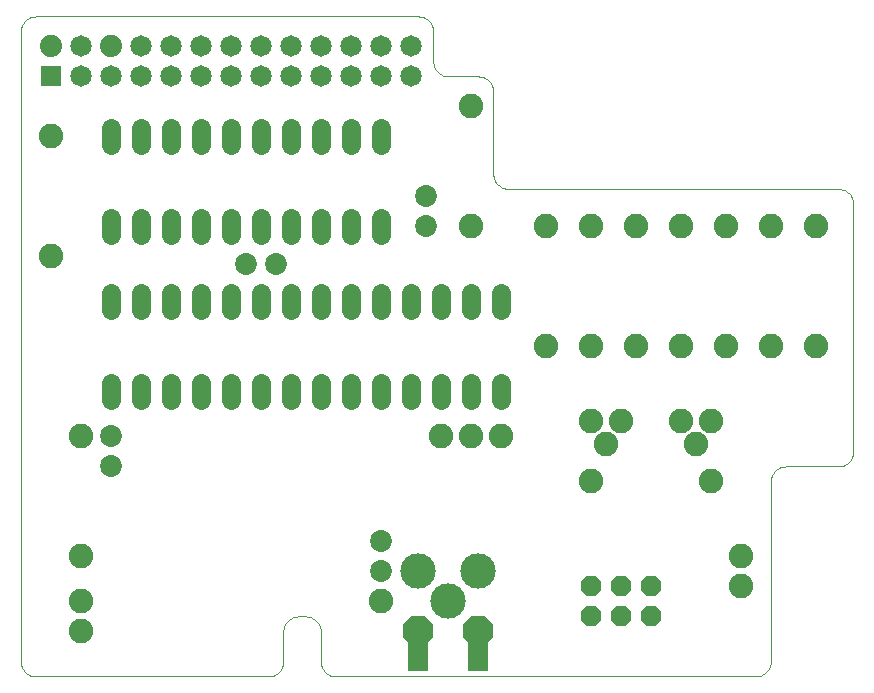
<source format=gbs>
G75*
G70*
%OFA0B0*%
%FSLAX24Y24*%
%IPPOS*%
%LPD*%
%AMOC8*
5,1,8,0,0,1.08239X$1,22.5*
%
%ADD10C,0.0000*%
%ADD11R,0.0714X0.0714*%
%ADD12C,0.0740*%
%ADD13C,0.0714*%
%ADD14C,0.1180*%
%ADD15OC8,0.0995*%
%ADD16R,0.0680X0.1680*%
%ADD17C,0.0730*%
%ADD18C,0.0640*%
%ADD19C,0.0820*%
%ADD20OC8,0.0680*%
D10*
X001680Y001180D02*
X009430Y001180D01*
X009474Y001182D01*
X009517Y001188D01*
X009559Y001197D01*
X009601Y001210D01*
X009641Y001227D01*
X009680Y001247D01*
X009717Y001270D01*
X009751Y001297D01*
X009784Y001326D01*
X009813Y001359D01*
X009840Y001393D01*
X009863Y001430D01*
X009883Y001469D01*
X009900Y001509D01*
X009913Y001551D01*
X009922Y001593D01*
X009928Y001636D01*
X009930Y001680D01*
X009930Y002680D01*
X009932Y002724D01*
X009938Y002767D01*
X009947Y002809D01*
X009960Y002851D01*
X009977Y002891D01*
X009997Y002930D01*
X010020Y002967D01*
X010047Y003001D01*
X010076Y003034D01*
X010109Y003063D01*
X010143Y003090D01*
X010180Y003113D01*
X010219Y003133D01*
X010259Y003150D01*
X010301Y003163D01*
X010343Y003172D01*
X010386Y003178D01*
X010430Y003180D01*
X010680Y003180D01*
X010724Y003178D01*
X010767Y003172D01*
X010809Y003163D01*
X010851Y003150D01*
X010891Y003133D01*
X010930Y003113D01*
X010967Y003090D01*
X011001Y003063D01*
X011034Y003034D01*
X011063Y003001D01*
X011090Y002967D01*
X011113Y002930D01*
X011133Y002891D01*
X011150Y002851D01*
X011163Y002809D01*
X011172Y002767D01*
X011178Y002724D01*
X011180Y002680D01*
X011180Y001680D01*
X011182Y001636D01*
X011188Y001593D01*
X011197Y001551D01*
X011210Y001509D01*
X011227Y001469D01*
X011247Y001430D01*
X011270Y001393D01*
X011297Y001359D01*
X011326Y001326D01*
X011359Y001297D01*
X011393Y001270D01*
X011430Y001247D01*
X011469Y001227D01*
X011509Y001210D01*
X011551Y001197D01*
X011593Y001188D01*
X011636Y001182D01*
X011680Y001180D01*
X025680Y001180D01*
X025724Y001182D01*
X025767Y001188D01*
X025809Y001197D01*
X025851Y001210D01*
X025891Y001227D01*
X025930Y001247D01*
X025967Y001270D01*
X026001Y001297D01*
X026034Y001326D01*
X026063Y001359D01*
X026090Y001393D01*
X026113Y001430D01*
X026133Y001469D01*
X026150Y001509D01*
X026163Y001551D01*
X026172Y001593D01*
X026178Y001636D01*
X026180Y001680D01*
X026180Y007680D01*
X026182Y007724D01*
X026188Y007767D01*
X026197Y007809D01*
X026210Y007851D01*
X026227Y007891D01*
X026247Y007930D01*
X026270Y007967D01*
X026297Y008001D01*
X026326Y008034D01*
X026359Y008063D01*
X026393Y008090D01*
X026430Y008113D01*
X026469Y008133D01*
X026509Y008150D01*
X026551Y008163D01*
X026593Y008172D01*
X026636Y008178D01*
X026680Y008180D01*
X028430Y008180D01*
X028474Y008182D01*
X028517Y008188D01*
X028559Y008197D01*
X028601Y008210D01*
X028641Y008227D01*
X028680Y008247D01*
X028717Y008270D01*
X028751Y008297D01*
X028784Y008326D01*
X028813Y008359D01*
X028840Y008393D01*
X028863Y008430D01*
X028883Y008469D01*
X028900Y008509D01*
X028913Y008551D01*
X028922Y008593D01*
X028928Y008636D01*
X028930Y008680D01*
X028930Y016930D01*
X028928Y016974D01*
X028922Y017017D01*
X028913Y017059D01*
X028900Y017101D01*
X028883Y017141D01*
X028863Y017180D01*
X028840Y017217D01*
X028813Y017251D01*
X028784Y017284D01*
X028751Y017313D01*
X028717Y017340D01*
X028680Y017363D01*
X028641Y017383D01*
X028601Y017400D01*
X028559Y017413D01*
X028517Y017422D01*
X028474Y017428D01*
X028430Y017430D01*
X017430Y017430D01*
X017386Y017432D01*
X017343Y017438D01*
X017301Y017447D01*
X017259Y017460D01*
X017219Y017477D01*
X017180Y017497D01*
X017143Y017520D01*
X017109Y017547D01*
X017076Y017576D01*
X017047Y017609D01*
X017020Y017643D01*
X016997Y017680D01*
X016977Y017719D01*
X016960Y017759D01*
X016947Y017801D01*
X016938Y017843D01*
X016932Y017886D01*
X016930Y017930D01*
X016930Y020680D01*
X016928Y020724D01*
X016922Y020767D01*
X016913Y020809D01*
X016900Y020851D01*
X016883Y020891D01*
X016863Y020930D01*
X016840Y020967D01*
X016813Y021001D01*
X016784Y021034D01*
X016751Y021063D01*
X016717Y021090D01*
X016680Y021113D01*
X016641Y021133D01*
X016601Y021150D01*
X016559Y021163D01*
X016517Y021172D01*
X016474Y021178D01*
X016430Y021180D01*
X015430Y021180D01*
X015386Y021182D01*
X015343Y021188D01*
X015301Y021197D01*
X015259Y021210D01*
X015219Y021227D01*
X015180Y021247D01*
X015143Y021270D01*
X015109Y021297D01*
X015076Y021326D01*
X015047Y021359D01*
X015020Y021393D01*
X014997Y021430D01*
X014977Y021469D01*
X014960Y021509D01*
X014947Y021551D01*
X014938Y021593D01*
X014932Y021636D01*
X014930Y021680D01*
X014930Y022680D01*
X014928Y022724D01*
X014922Y022767D01*
X014913Y022809D01*
X014900Y022851D01*
X014883Y022891D01*
X014863Y022930D01*
X014840Y022967D01*
X014813Y023001D01*
X014784Y023034D01*
X014751Y023063D01*
X014717Y023090D01*
X014680Y023113D01*
X014641Y023133D01*
X014601Y023150D01*
X014559Y023163D01*
X014517Y023172D01*
X014474Y023178D01*
X014430Y023180D01*
X001680Y023180D01*
X001636Y023178D01*
X001593Y023172D01*
X001551Y023163D01*
X001509Y023150D01*
X001469Y023133D01*
X001430Y023113D01*
X001393Y023090D01*
X001359Y023063D01*
X001326Y023034D01*
X001297Y023001D01*
X001270Y022967D01*
X001247Y022930D01*
X001227Y022891D01*
X001210Y022851D01*
X001197Y022809D01*
X001188Y022767D01*
X001182Y022724D01*
X001180Y022680D01*
X001180Y001680D01*
X001182Y001636D01*
X001188Y001593D01*
X001197Y001551D01*
X001210Y001509D01*
X001227Y001469D01*
X001247Y001430D01*
X001270Y001393D01*
X001297Y001359D01*
X001326Y001326D01*
X001359Y001297D01*
X001393Y001270D01*
X001430Y001247D01*
X001469Y001227D01*
X001509Y001210D01*
X001551Y001197D01*
X001593Y001188D01*
X001636Y001182D01*
X001680Y001180D01*
D11*
X002180Y021180D03*
D12*
X002180Y022180D03*
X004180Y022180D03*
D13*
X003180Y022180D03*
X003180Y021180D03*
X004180Y021180D03*
X005180Y021180D03*
X006180Y021180D03*
X007180Y021180D03*
X008180Y021180D03*
X009180Y021180D03*
X010180Y021180D03*
X011180Y021180D03*
X012180Y021180D03*
X013180Y021180D03*
X014180Y021180D03*
X014180Y022180D03*
X013180Y022180D03*
X012180Y022180D03*
X011180Y022180D03*
X010180Y022180D03*
X009180Y022180D03*
X008180Y022180D03*
X007180Y022180D03*
X006180Y022180D03*
X005180Y022180D03*
D14*
X014430Y004680D03*
X015430Y003680D03*
X016430Y004680D03*
D15*
X016430Y002680D03*
X014430Y002680D03*
D16*
X014430Y002180D03*
X016430Y002180D03*
D17*
X013180Y004680D03*
X013180Y005680D03*
X004180Y008180D03*
X004180Y009180D03*
X008680Y014930D03*
X009680Y014930D03*
X014680Y016180D03*
X014680Y017180D03*
D18*
X013180Y016460D02*
X013180Y015900D01*
X012180Y015900D02*
X012180Y016460D01*
X011180Y016460D02*
X011180Y015900D01*
X010180Y015900D02*
X010180Y016460D01*
X009180Y016460D02*
X009180Y015900D01*
X008180Y015900D02*
X008180Y016460D01*
X007180Y016460D02*
X007180Y015900D01*
X006180Y015900D02*
X006180Y016460D01*
X005180Y016460D02*
X005180Y015900D01*
X004180Y015900D02*
X004180Y016460D01*
X004180Y018900D02*
X004180Y019460D01*
X005180Y019460D02*
X005180Y018900D01*
X006180Y018900D02*
X006180Y019460D01*
X007180Y019460D02*
X007180Y018900D01*
X008180Y018900D02*
X008180Y019460D01*
X009180Y019460D02*
X009180Y018900D01*
X010180Y018900D02*
X010180Y019460D01*
X011180Y019460D02*
X011180Y018900D01*
X012180Y018900D02*
X012180Y019460D01*
X013180Y019460D02*
X013180Y018900D01*
X013180Y013960D02*
X013180Y013400D01*
X012180Y013400D02*
X012180Y013960D01*
X011180Y013960D02*
X011180Y013400D01*
X010180Y013400D02*
X010180Y013960D01*
X009180Y013960D02*
X009180Y013400D01*
X008180Y013400D02*
X008180Y013960D01*
X007180Y013960D02*
X007180Y013400D01*
X006180Y013400D02*
X006180Y013960D01*
X005180Y013960D02*
X005180Y013400D01*
X004180Y013400D02*
X004180Y013960D01*
X004180Y010960D02*
X004180Y010400D01*
X005180Y010400D02*
X005180Y010960D01*
X006180Y010960D02*
X006180Y010400D01*
X007180Y010400D02*
X007180Y010960D01*
X008180Y010960D02*
X008180Y010400D01*
X009180Y010400D02*
X009180Y010960D01*
X010180Y010960D02*
X010180Y010400D01*
X011180Y010400D02*
X011180Y010960D01*
X012180Y010960D02*
X012180Y010400D01*
X013180Y010400D02*
X013180Y010960D01*
X014180Y010960D02*
X014180Y010400D01*
X015180Y010400D02*
X015180Y010960D01*
X016180Y010960D02*
X016180Y010400D01*
X017180Y010400D02*
X017180Y010960D01*
X017180Y013400D02*
X017180Y013960D01*
X016180Y013960D02*
X016180Y013400D01*
X015180Y013400D02*
X015180Y013960D01*
X014180Y013960D02*
X014180Y013400D01*
D19*
X016180Y016180D03*
X018680Y016180D03*
X020180Y016180D03*
X021680Y016180D03*
X023180Y016180D03*
X024680Y016180D03*
X026180Y016180D03*
X027680Y016180D03*
X027680Y012180D03*
X026180Y012180D03*
X024680Y012180D03*
X023180Y012180D03*
X021680Y012180D03*
X020180Y012180D03*
X018680Y012180D03*
X020180Y009680D03*
X020680Y008930D03*
X021180Y009680D03*
X023180Y009680D03*
X023680Y008930D03*
X024180Y009680D03*
X024180Y007680D03*
X025180Y005180D03*
X025180Y004180D03*
X020180Y007680D03*
X017180Y009180D03*
X016180Y009180D03*
X015180Y009180D03*
X013180Y003680D03*
X003180Y003680D03*
X003180Y002680D03*
X003180Y005180D03*
X003180Y009180D03*
X002180Y015180D03*
X002180Y019180D03*
X016180Y020180D03*
D20*
X020180Y004180D03*
X021180Y004180D03*
X021180Y003180D03*
X020180Y003180D03*
X022180Y003180D03*
X022180Y004180D03*
M02*

</source>
